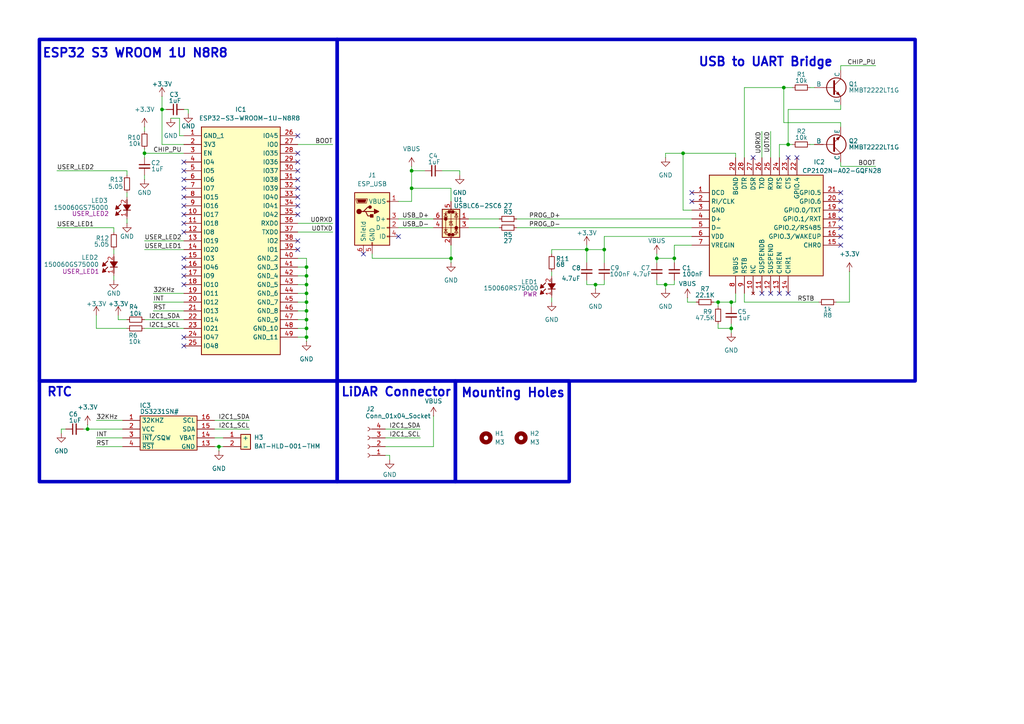
<source format=kicad_sch>
(kicad_sch (version 20250114) (generator "eeschema") (generator_version "9.0")
  (paper "A4")
  (title_block (title "SDM26 Timing Gate") (date "2025-07-16") (rev "V1.0") (company "Sun Devil Motorsports"))
  (lib_symbols
    (symbol "BAT-HLD-001-THM_1"
      (property "Reference" "H" (at 4.826 9.652 0))
      (property "Value" "BAT-HLD-001-THM" (at 4.826 7.112 0))
      (symbol "BAT-HLD-001-THM_1_1_1"
        (pin passive line (at 0 2.54 0) (length 5.08) (name "+") (number "1"))
        (pin passive line (at 0 0 0) (length 5.08) (name "-") (number "2"))
      )
    )
    (symbol "Connector:Conn_01x04_Socket" (pin_names (offset 1.016) (hide yes))
      (property "Reference" "J" (at 0 5.08 0))
      (property "Value" "Conn_01x04_Socket" (at 0 -7.62 0))
      (symbol "Conn_01x04_Socket_1_1"
        (pin passive line (at -5.08 2.54 0) (length 3.81) (name "Pin_1") (number "1"))
        (pin passive line (at -5.08 0 0) (length 3.81) (name "Pin_2") (number "2"))
        (pin passive line (at -5.08 -2.54 0) (length 3.81) (name "Pin_3") (number "3"))
        (pin passive line (at -5.08 -5.08 0) (length 3.81) (name "Pin_4") (number "4"))
      )
    )
    (symbol "Connector:USB_B_Micro" (pin_names (offset 1.016))
      (property "Reference" "J" (at -5.08 11.43 0))
      (property "Value" "USB_B_Micro" (at -5.08 8.89 0))
      (symbol "USB_B_Micro_1_1"
        (pin passive line (at -2.54 -10.16 90) (length 2.54) (name "Shield") (number "6"))
        (pin power_out line (at 0 -10.16 90) (length 2.54) (name "GND") (number "5"))
        (pin power_out line (at 7.62 5.08 180) (length 2.54) (name "VBUS") (number "1"))
        (pin bidirectional line (at 7.62 0 180) (length 2.54) (name "D+") (number "3"))
        (pin bidirectional line (at 7.62 -2.54 180) (length 2.54) (name "D-") (number "2"))
        (pin passive line (at 7.62 -5.08 180) (length 2.54) (name "ID") (number "4"))
      )
    )
    (symbol "Device:C_Small" (pin_numbers (hide yes)) (pin_names (offset 0.254) (hide yes))
      (property "Reference" "C" (at 0.254 1.778 0))
      (property "Value" "C_Small" (at 0.254 -2.032 0))
      (symbol "C_Small_1_1"
        (pin passive line (at 0 2.54 270) (length 2.032) (name "~") (number "1"))
        (pin passive line (at 0 -2.54 90) (length 2.032) (name "~") (number "2"))
      )
    )
    (symbol "Device:R_Small" (pin_numbers (hide yes)) (pin_names (offset 0.254) (hide yes))
      (property "Reference" "R" (at 0.762 0.508 0))
      (property "Value" "R_Small" (at 0.762 -1.016 0))
      (symbol "R_Small_1_1"
        (pin passive line (at 0 2.54 270) (length 0.762) (name "~") (number "1"))
        (pin passive line (at 0 -2.54 90) (length 0.762) (name "~") (number "2"))
      )
    )
    (symbol "Mechanical:MountingHole" (pin_names (offset 1.016))
      (property "Reference" "H" (at 0 5.08 0))
      (property "Value" "MountingHole" (at 0 3.175 0))
    )
    (symbol "Power_Protection:USBLC6-2SC6" (pin_names (hide yes))
      (property "Reference" "U5" (at 1.6511 7.62 0))
      (property "Value" "USBLC6-2SC6" (at 1.6511 5.08 0))
      (symbol "USBLC6-2SC6_1_1"
        (pin passive line (at -5.08 0 0) (length 2.54) (name "I/O1") (number "6"))
        (pin passive line (at -5.08 -2.54 0) (length 2.54) (name "I/O2") (number "4"))
        (pin passive line (at 0 5.08 270) (length 2.54) (name "VBUS") (number "5"))
        (pin passive line (at 0 -7.62 90) (length 2.54) (name "GND") (number "2"))
        (pin passive line (at 5.08 0 180) (length 2.54) (name "I/O1") (number "1"))
        (pin passive line (at 5.08 -2.54 180) (length 2.54) (name "I/O2") (number "3"))
      )
    )
    (symbol "SDM_LED:150060GS75000" (pin_names (hide yes))
      (property "Reference" "LED" (at -2.54 8.636 0))
      (property "Value" "150060GS75000" (at -2.54 6.35 0))
      (property "Measure" "Measure" (at 1.524 5.08 0))
      (symbol "150060GS75000_1_1"
        (pin passive line (at -2.54 0 0) (length 2.54) (name "K") (number "1"))
        (pin passive line (at 3.81 0 180) (length 2.54) (name "A") (number "2"))
      )
    )
    (symbol "SDM_LED:150060RS75000" (pin_names (hide yes))
      (property "Reference" "LED" (at 0 8.636 0))
      (property "Value" "150060RS75000" (at 0 6.604 0))
      (property "Measure" "Measure" (at 4.064 5.588 0))
      (symbol "150060RS75000_1_1"
        (pin passive line (at 0 0 0) (length 2.54) (name "K") (number "1"))
        (pin passive line (at 6.35 0 180) (length 2.54) (name "A") (number "2"))
      )
    )
    (symbol "SDM_MICRO_CONTROLLER:ESP32-S3-WROOM-1U-N8R8"
      (property "Reference" "IC" (at 29.21 7.62 0))
      (property "Value" "ESP32-S3-WROOM-1U-N8R8" (at 29.21 5.08 0))
      (symbol "ESP32-S3-WROOM-1U-N8R8_1_1"
        (pin passive line (at 0 0 0) (length 5.08) (name "GND_1") (number "1"))
        (pin passive line (at 0 -2.54 0) (length 5.08) (name "3V3") (number "2"))
        (pin passive line (at 0 -5.08 0) (length 5.08) (name "EN") (number "3"))
        (pin passive line (at 0 -7.62 0) (length 5.08) (name "IO4") (number "4"))
        (pin passive line (at 0 -10.16 0) (length 5.08) (name "IO5") (number "5"))
        (pin passive line (at 0 -12.7 0) (length 5.08) (name "IO6") (number "6"))
        (pin passive line (at 0 -15.24 0) (length 5.08) (name "IO7") (number "7"))
        (pin passive line (at 0 -17.78 0) (length 5.08) (name "IO15") (number "8"))
        (pin passive line (at 0 -20.32 0) (length 5.08) (name "IO16") (number "9"))
        (pin passive line (at 0 -22.86 0) (length 5.08) (name "IO17") (number "10"))
        (pin passive line (at 0 -25.4 0) (length 5.08) (name "IO18") (number "11"))
        (pin passive line (at 0 -27.94 0) (length 5.08) (name "IO8") (number "12"))
        (pin passive line (at 0 -30.48 0) (length 5.08) (name "IO19") (number "13"))
        (pin passive line (at 0 -33.02 0) (length 5.08) (name "IO20") (number "14"))
        (pin passive line (at 0 -35.56 0) (length 5.08) (name "IO3") (number "15"))
        (pin passive line (at 0 -38.1 0) (length 5.08) (name "IO46") (number "16"))
        (pin passive line (at 0 -40.64 0) (length 5.08) (name "IO9") (number "17"))
        (pin passive line (at 0 -43.18 0) (length 5.08) (name "IO10") (number "18"))
        (pin passive line (at 0 -45.72 0) (length 5.08) (name "IO11") (number "19"))
        (pin passive line (at 0 -48.26 0) (length 5.08) (name "IO12") (number "20"))
        (pin passive line (at 0 -50.8 0) (length 5.08) (name "IO13") (number "21"))
        (pin passive line (at 0 -53.34 0) (length 5.08) (name "IO14") (number "22"))
        (pin passive line (at 0 -55.88 0) (length 5.08) (name "IO21") (number "23"))
        (pin passive line (at 0 -58.42 0) (length 5.08) (name "IO47") (number "24"))
        (pin passive line (at 0 -60.96 0) (length 5.08) (name "IO48") (number "25"))
        (pin passive line (at 33.02 0 180) (length 5.08) (name "IO45") (number "26"))
        (pin passive line (at 33.02 -2.54 180) (length 5.08) (name "IO0") (number "27"))
        (pin passive line (at 33.02 -5.08 180) (length 5.08) (name "IO35") (number "28"))
        (pin passive line (at 33.02 -7.62 180) (length 5.08) (name "IO36") (number "29"))
        (pin passive line (at 33.02 -10.16 180) (length 5.08) (name "IO37") (number "30"))
        (pin passive line (at 33.02 -12.7 180) (length 5.08) (name "IO38") (number "31"))
        (pin passive line (at 33.02 -15.24 180) (length 5.08) (name "IO39") (number "32"))
        (pin passive line (at 33.02 -17.78 180) (length 5.08) (name "IO40") (number "33"))
        (pin passive line (at 33.02 -20.32 180) (length 5.08) (name "IO41") (number "34"))
        (pin passive line (at 33.02 -22.86 180) (length 5.08) (name "IO42") (number "35"))
        (pin passive line (at 33.02 -25.4 180) (length 5.08) (name "RXD0") (number "36"))
        (pin passive line (at 33.02 -27.94 180) (length 5.08) (name "TXD0") (number "37"))
        (pin passive line (at 33.02 -30.48 180) (length 5.08) (name "IO2") (number "38"))
        (pin passive line (at 33.02 -33.02 180) (length 5.08) (name "IO1") (number "39"))
        (pin passive line (at 33.02 -35.56 180) (length 5.08) (name "GND_2") (number "40"))
        (pin passive line (at 33.02 -38.1 180) (length 5.08) (name "GND_3") (number "41"))
        (pin passive line (at 33.02 -40.64 180) (length 5.08) (name "GND_4") (number "42"))
        (pin passive line (at 33.02 -43.18 180) (length 5.08) (name "GND_5") (number "43"))
        (pin passive line (at 33.02 -45.72 180) (length 5.08) (name "GND_6") (number "44"))
        (pin passive line (at 33.02 -48.26 180) (length 5.08) (name "GND_7") (number "45"))
        (pin passive line (at 33.02 -50.8 180) (length 5.08) (name "GND_8") (number "46"))
        (pin passive line (at 33.02 -53.34 180) (length 5.08) (name "GND_9") (number "47"))
        (pin passive line (at 33.02 -55.88 180) (length 5.08) (name "GND_10") (number "48"))
        (pin passive line (at 33.02 -58.42 180) (length 5.08) (name "GND_11") (number "49"))
      )
    )
    (symbol "SDM_RTC:DS3231SN#"
      (property "Reference" "IC" (at 31.75 7.62 0))
      (property "Value" "DS3231SN#" (at 31.75 5.08 0))
      (symbol "DS3231SN#_1_1"
        (pin passive line (at 0 0 0) (length 5.08) (name "32KHZ") (number "1"))
        (pin passive line (at 0 -2.54 0) (length 5.08) (name "VCC") (number "2"))
        (pin passive line (at 0 -5.08 0) (length 5.08) (name "~{INT}/SQW") (number "3"))
        (pin passive line (at 0 -7.62 0) (length 5.08) (name "~{RST}") (number "4"))
        (pin no_connect line (at 0 -10.16 0) (length 5.08) (hide yes) (name "N.C._1") (number "5"))
        (pin no_connect line (at 0 -12.7 0) (length 5.08) (hide yes) (name "N.C._2") (number "6"))
        (pin no_connect line (at 0 -15.24 0) (length 5.08) (hide yes) (name "N.C._3") (number "7"))
        (pin no_connect line (at 0 -17.78 0) (length 5.08) (hide yes) (name "N.C._4") (number "8"))
        (pin passive line (at 26.67 0 180) (length 5.08) (name "SCL") (number "16"))
        (pin passive line (at 26.67 -2.54 180) (length 5.08) (name "SDA") (number "15"))
        (pin passive line (at 26.67 -5.08 180) (length 5.08) (name "VBAT") (number "14"))
        (pin passive line (at 26.67 -7.62 180) (length 5.08) (name "GND") (number "13"))
        (pin no_connect line (at 35.56 -10.16 180) (length 5.08) (hide yes) (name "N.C._8") (number "12"))
        (pin no_connect line (at 35.56 -12.7 180) (length 5.08) (hide yes) (name "N.C._7") (number "11"))
        (pin no_connect line (at 35.56 -15.24 180) (length 5.08) (hide yes) (name "N.C._6") (number "10"))
        (pin no_connect line (at 35.56 -17.78 180) (length 5.08) (hide yes) (name "N.C._5") (number "9"))
      )
    )
    (symbol "SDM_TRANSISTOR:MMBT2222LT1G" (pin_numbers (hide yes)) (pin_names (offset 0))
      (property "Reference" "Q" (at -2.54 7.62 0))
      (property "Value" "MMBT2222LT1G" (at -2.54 5.08 0))
      (symbol "MMBT2222LT1G_1_1"
        (pin input line (at -5.08 0 0) (length 2.54) (name "B") (number "1"))
        (pin open_collector line (at 2.54 5.08 270) (length 2.54) (name "C") (number "3"))
        (pin open_emitter line (at 2.54 -5.08 90) (length 2.54) (name "E") (number "2"))
      )
    )
    (symbol "SDM_USBUART:CP2102N-A02-GQFN28"
      (property "Reference" "IC" (at 39.37 17.78 0))
      (property "Value" "CP2102N-A02-GQFN28" (at 39.37 15.24 0))
      (symbol "CP2102N-A02-GQFN28_1_1"
        (pin input line (at 0 0 0) (length 5.08) (name "DCD") (number "1"))
        (pin bidirectional line (at 0 -2.54 0) (length 5.08) (name "RI/CLK") (number "2"))
        (pin power_in line (at 0 -5.08 0) (length 5.08) (name "GND") (number "3"))
        (pin bidirectional line (at 0 -7.62 0) (length 5.08) (name "D+") (number "4"))
        (pin bidirectional line (at 0 -10.16 0) (length 5.08) (name "D-") (number "5"))
        (pin power_in line (at 0 -12.7 0) (length 5.08) (name "VDD") (number "6"))
        (pin power_in line (at 0 -15.24 0) (length 5.08) (name "VREGIN") (number "7"))
        (pin power_in line (at 12.7 10.16 270) (length 5.08) (name "BGND") (number "29"))
        (pin input line (at 12.7 -29.21 90) (length 5.08) (name "VBUS") (number "8"))
        (pin output line (at 15.24 10.16 270) (length 5.08) (name "DTR") (number "28"))
        (pin input line (at 15.24 -29.21 90) (length 5.08) (name "RSTB") (number "9"))
        (pin input line (at 17.78 10.16 270) (length 5.08) (name "DSR") (number "27"))
        (pin no_connect line (at 17.78 -29.21 90) (length 5.08) (name "NC") (number "10"))
        (pin output line (at 20.32 10.16 270) (length 5.08) (name "TXD") (number "26"))
        (pin output line (at 20.32 -29.21 90) (length 5.08) (name "SUSPENDB") (number "11"))
        (pin input line (at 22.86 10.16 270) (length 5.08) (name "RXD") (number "25"))
        (pin output line (at 22.86 -29.21 90) (length 5.08) (name "SUSPEND") (number "12"))
        (pin output line (at 25.4 10.16 270) (length 5.08) (name "RTS") (number "24"))
        (pin output line (at 25.4 -29.21 90) (length 5.08) (name "CHREN") (number "13"))
        (pin input line (at 27.94 10.16 270) (length 5.08) (name "CTS") (number "23"))
        (pin output line (at 27.94 -29.21 90) (length 5.08) (name "CHR1") (number "14"))
        (pin bidirectional line (at 30.48 10.16 270) (length 5.08) (name "GPIO.4") (number "22"))
        (pin bidirectional line (at 43.18 0 180) (length 5.08) (name "GPIO.5") (number "21"))
        (pin bidirectional line (at 43.18 -2.54 180) (length 5.08) (name "GPIO.6") (number "20"))
        (pin bidirectional line (at 43.18 -5.08 180) (length 5.08) (name "GPIO.0/TXT") (number "19"))
        (pin bidirectional line (at 43.18 -7.62 180) (length 5.08) (name "GPIO.1/RXT") (number "18"))
        (pin bidirectional line (at 43.18 -10.16 180) (length 5.08) (name "GPIO.2/RS485") (number "17"))
        (pin bidirectional line (at 43.18 -12.7 180) (length 5.08) (name "GPIO.3/WAKEUP") (number "16"))
        (pin output line (at 43.18 -15.24 180) (length 5.08) (name "CHR0") (number "15"))
      )
    )
    (symbol "power:+3.3V" (power) (pin_numbers (hide yes)) (pin_names (offset 0) (hide yes))
      (property "Value" "+3.3V" (at 0 3.556 0))
      (symbol "+3.3V_1_1"
        (pin power_in line (at 0 0 90) (length 0) (name "~") (number "1"))
      )
    )
    (symbol "power:GND" (power) (pin_numbers (hide yes)) (pin_names (offset 0) (hide yes))
      (property "Value" "GND" (at 0 -3.81 0))
      (symbol "GND_1_1"
        (pin power_in line (at 0 0 270) (length 0) (name "~") (number "1"))
      )
    )
    (symbol "power:VBUS" (power) (pin_numbers (hide yes)) (pin_names (offset 0) (hide yes))
      (property "Value" "VBUS" (at 0 3.556 0))
      (symbol "VBUS_1_1"
        (pin power_in line (at 0 0 90) (length 0) (name "~") (number "1"))
      )
    )
  )
  (rectangle (start 11.43 11.43) (end 97.79 110.49) (stroke (width 1.016)))
  (rectangle (start 97.79 110.49) (end 132.08 139.7) (stroke (width 1.016)))
  (rectangle (start 11.43 110.49) (end 97.79 139.7) (stroke (width 1.016)))
  (rectangle (start 97.79 11.43) (end 265.43 110.49) (stroke (width 1.016)))
  (rectangle (start 132.08 110.49) (end 165.1 139.7) (stroke (width 1.016)))
  (text "ESP32 S3 WROOM 1U N8R8" (at 66.294 17.018 0) (effects (font (size 2.54 2.54) (thickness 0.512) (bold yes)) (justify right bottom)))
  (text "RTC" (at 13.462 115.316 0) (effects (font (size 2.54 2.54) (thickness 0.512) (bold yes)) (justify left bottom)))
  (text "USB to UART Bridge" (at 202.438 19.558 0) (effects (font (size 2.54 2.54) (thickness 0.512) (bold yes)) (justify left bottom)))
  (text "Mounting Holes" (at 133.604 115.57 0) (effects (font (size 2.56 2.56) (thickness 0.512) (bold yes)) (justify left bottom)))
  (text "LiDAR Connector" (at 98.806 115.316 0) (effects (font (size 2.54 2.54) (thickness 0.512) (bold yes)) (justify left bottom)))
  (junction (at 88.9 82.55))
  (junction (at 212.09 95.25))
  (junction (at 88.9 97.79))
  (junction (at 227.33 25.4))
  (junction (at 190.5 74.93))
  (junction (at 41.91 44.45))
  (junction (at 130.81 74.93))
  (junction (at 88.9 85.09))
  (junction (at 198.12 44.45))
  (junction (at 88.9 95.25))
  (junction (at 46.99 31.75))
  (junction (at 88.9 92.71))
  (junction (at 88.9 90.17))
  (junction (at 195.58 74.93))
  (junction (at 119.38 49.53))
  (junction (at 88.9 87.63))
  (junction (at 208.28 87.63))
  (junction (at 193.04 82.55))
  (junction (at 25.4 124.46))
  (junction (at 175.26 72.39))
  (junction (at 228.6 41.91))
  (junction (at 63.5 129.54))
  (junction (at 170.18 72.39))
  (junction (at 172.72 82.55))
  (junction (at 119.38 54.61))
  (junction (at 88.9 80.01))
  (junction (at 88.9 77.47))
  (junction (at 212.09 87.63))
  (no_connect (at 53.34 46.99))
  (no_connect (at 86.36 44.45))
  (no_connect (at 86.36 39.37))
  (no_connect (at 226.06 85.09))
  (no_connect (at 231.14 45.72))
  (no_connect (at 86.36 52.07))
  (no_connect (at 53.34 100.33))
  (no_connect (at 243.84 60.96))
  (no_connect (at 243.84 63.5))
  (no_connect (at 53.34 52.07))
  (no_connect (at 86.36 57.15))
  (no_connect (at 115.57 68.58))
  (no_connect (at 243.84 71.12))
  (no_connect (at 220.98 85.09))
  (no_connect (at 53.34 77.47))
  (no_connect (at 243.84 55.88))
  (no_connect (at 86.36 62.23))
  (no_connect (at 218.44 45.72))
  (no_connect (at 53.34 49.53))
  (no_connect (at 53.34 64.77))
  (no_connect (at 243.84 66.04))
  (no_connect (at 228.6 85.09))
  (no_connect (at 228.6 45.72))
  (no_connect (at 53.34 67.31))
  (no_connect (at 86.36 54.61))
  (no_connect (at 53.34 54.61))
  (no_connect (at 86.36 46.99))
  (no_connect (at 105.41 73.66))
  (no_connect (at 53.34 97.79))
  (no_connect (at 53.34 62.23))
  (no_connect (at 53.34 57.15))
  (no_connect (at 86.36 72.39))
  (no_connect (at 53.34 80.01))
  (no_connect (at 53.34 59.69))
  (no_connect (at 86.36 49.53))
  (no_connect (at 243.84 68.58))
  (no_connect (at 223.52 85.09))
  (no_connect (at 86.36 69.85))
  (no_connect (at 200.66 58.42))
  (no_connect (at 86.36 59.69))
  (no_connect (at 53.34 74.93))
  (no_connect (at 200.66 55.88))
  (no_connect (at 243.84 58.42))
  (no_connect (at 53.34 82.55))
  (wire (pts (xy 111.76 124.46) (xy 121.92 124.46)))
  (wire (pts (xy 243.84 31.75) (xy 228.6 31.75)))
  (wire (pts (xy 170.18 72.39) (xy 170.18 71.12)))
  (wire (pts (xy 41.91 44.45) (xy 53.34 44.45)))
  (wire (pts (xy 25.4 123.19) (xy 25.4 124.46)))
  (wire (pts (xy 33.02 67.31) (xy 33.02 66.04)))
  (wire (pts (xy 160.02 72.39) (xy 160.02 73.66)))
  (wire (pts (xy 175.26 68.58) (xy 200.66 68.58)))
  (wire (pts (xy 41.91 44.45) (xy 41.91 43.18)))
  (wire (pts (xy 215.9 87.63) (xy 237.49 87.63)))
  (wire (pts (xy 119.38 48.26) (xy 119.38 49.53)))
  (wire (pts (xy 212.09 95.25) (xy 212.09 96.52)))
  (wire (pts (xy 16.51 49.53) (xy 36.83 49.53)))
  (wire (pts (xy 107.95 73.66) (xy 107.95 74.93)))
  (wire (pts (xy 243.84 48.26) (xy 254 48.26)))
  (wire (pts (xy 52.07 39.37) (xy 52.07 34.29)))
  (wire (pts (xy 220.98 45.72) (xy 220.98 38.1)))
  (wire (pts (xy 149.86 63.5) (xy 200.66 63.5)))
  (wire (pts (xy 193.04 82.55) (xy 193.04 83.82)))
  (wire (pts (xy 27.94 95.25) (xy 36.83 95.25)))
  (wire (pts (xy 213.36 87.63) (xy 213.36 85.09)))
  (wire (pts (xy 88.9 85.09) (xy 88.9 87.63)))
  (wire (pts (xy 130.81 71.12) (xy 130.81 74.93)))
  (wire (pts (xy 41.91 50.8) (xy 41.91 52.07)))
  (wire (pts (xy 41.91 69.85) (xy 53.34 69.85)))
  (wire (pts (xy 53.34 41.91) (xy 46.99 41.91)))
  (wire (pts (xy 243.84 31.75) (xy 243.84 30.48)))
  (wire (pts (xy 36.83 50.8) (xy 36.83 49.53)))
  (wire (pts (xy 226.06 41.91) (xy 228.6 41.91)))
  (wire (pts (xy 200.66 60.96) (xy 198.12 60.96)))
  (wire (pts (xy 190.5 73.66) (xy 190.5 74.93)))
  (wire (pts (xy 199.39 86.36) (xy 199.39 87.63)))
  (wire (pts (xy 190.5 82.55) (xy 190.5 81.28)))
  (wire (pts (xy 86.36 92.71) (xy 88.9 92.71)))
  (wire (pts (xy 227.33 25.4) (xy 229.87 25.4)))
  (wire (pts (xy 175.26 72.39) (xy 175.26 76.2)))
  (wire (pts (xy 170.18 72.39) (xy 175.26 72.39)))
  (wire (pts (xy 17.78 125.73) (xy 17.78 124.46)))
  (wire (pts (xy 52.07 34.29) (xy 49.53 34.29)))
  (wire (pts (xy 172.72 82.55) (xy 175.26 82.55)))
  (wire (pts (xy 88.9 87.63) (xy 88.9 90.17)))
  (wire (pts (xy 86.36 97.79) (xy 88.9 97.79)))
  (wire (pts (xy 195.58 74.93) (xy 195.58 71.12)))
  (wire (pts (xy 63.5 129.54) (xy 64.77 129.54)))
  (wire (pts (xy 170.18 82.55) (xy 172.72 82.55)))
  (wire (pts (xy 213.36 44.45) (xy 198.12 44.45)))
  (wire (pts (xy 86.36 90.17) (xy 88.9 90.17)))
  (wire (pts (xy 243.84 48.26) (xy 243.84 46.99)))
  (wire (pts (xy 198.12 44.45) (xy 198.12 60.96)))
  (wire (pts (xy 190.5 74.93) (xy 195.58 74.93)))
  (wire (pts (xy 234.95 41.91) (xy 236.22 41.91)))
  (wire (pts (xy 170.18 72.39) (xy 170.18 76.2)))
  (wire (pts (xy 113.03 132.08) (xy 113.03 133.35)))
  (wire (pts (xy 212.09 87.63) (xy 212.09 88.9)))
  (wire (pts (xy 119.38 54.61) (xy 119.38 58.42)))
  (wire (pts (xy 246.38 87.63) (xy 246.38 78.74)))
  (wire (pts (xy 208.28 88.9) (xy 208.28 87.63)))
  (wire (pts (xy 212.09 93.98) (xy 212.09 95.25)))
  (wire (pts (xy 88.9 74.93) (xy 88.9 77.47)))
  (wire (pts (xy 86.36 87.63) (xy 88.9 87.63)))
  (wire (pts (xy 25.4 124.46) (xy 35.56 124.46)))
  (wire (pts (xy 27.94 91.44) (xy 27.94 95.25)))
  (wire (pts (xy 27.94 129.54) (xy 35.56 129.54)))
  (wire (pts (xy 41.91 36.83) (xy 41.91 38.1)))
  (wire (pts (xy 207.01 87.63) (xy 208.28 87.63)))
  (wire (pts (xy 46.99 31.75) (xy 48.26 31.75)))
  (wire (pts (xy 41.91 72.39) (xy 53.34 72.39)))
  (wire (pts (xy 111.76 127) (xy 121.92 127)))
  (wire (pts (xy 111.76 132.08) (xy 113.03 132.08)))
  (wire (pts (xy 195.58 74.93) (xy 195.58 76.2)))
  (wire (pts (xy 125.73 129.54) (xy 111.76 129.54)))
  (wire (pts (xy 243.84 19.05) (xy 243.84 20.32)))
  (wire (pts (xy 88.9 77.47) (xy 88.9 80.01)))
  (wire (pts (xy 215.9 25.4) (xy 215.9 45.72)))
  (wire (pts (xy 213.36 44.45) (xy 213.36 45.72)))
  (wire (pts (xy 63.5 129.54) (xy 63.5 130.81)))
  (wire (pts (xy 86.36 74.93) (xy 88.9 74.93)))
  (wire (pts (xy 208.28 93.98) (xy 208.28 95.25)))
  (wire (pts (xy 226.06 45.72) (xy 226.06 41.91)))
  (wire (pts (xy 125.73 120.65) (xy 125.73 129.54)))
  (wire (pts (xy 208.28 87.63) (xy 212.09 87.63)))
  (wire (pts (xy 86.36 82.55) (xy 88.9 82.55)))
  (wire (pts (xy 193.04 44.45) (xy 198.12 44.45)))
  (wire (pts (xy 228.6 41.91) (xy 229.87 41.91)))
  (wire (pts (xy 88.9 95.25) (xy 88.9 97.79)))
  (wire (pts (xy 16.51 66.04) (xy 33.02 66.04)))
  (wire (pts (xy 34.29 92.71) (xy 34.29 91.44)))
  (wire (pts (xy 130.81 54.61) (xy 130.81 58.42)))
  (wire (pts (xy 170.18 72.39) (xy 160.02 72.39)))
  (wire (pts (xy 160.02 80.01) (xy 160.02 78.74)))
  (wire (pts (xy 62.23 121.92) (xy 72.39 121.92)))
  (wire (pts (xy 44.45 85.09) (xy 53.34 85.09)))
  (wire (pts (xy 228.6 31.75) (xy 228.6 41.91)))
  (wire (pts (xy 227.33 35.56) (xy 227.33 25.4)))
  (wire (pts (xy 33.02 80.01) (xy 33.02 81.28)))
  (wire (pts (xy 119.38 54.61) (xy 130.81 54.61)))
  (wire (pts (xy 242.57 87.63) (xy 246.38 87.63)))
  (wire (pts (xy 27.94 121.92) (xy 35.56 121.92)))
  (wire (pts (xy 128.27 49.53) (xy 133.35 49.53)))
  (wire (pts (xy 41.91 44.45) (xy 41.91 45.72)))
  (wire (pts (xy 170.18 81.28) (xy 170.18 82.55)))
  (wire (pts (xy 86.36 95.25) (xy 88.9 95.25)))
  (wire (pts (xy 208.28 95.25) (xy 212.09 95.25)))
  (wire (pts (xy 135.89 66.04) (xy 144.78 66.04)))
  (wire (pts (xy 27.94 127) (xy 35.56 127)))
  (wire (pts (xy 46.99 41.91) (xy 46.99 31.75)))
  (wire (pts (xy 215.9 87.63) (xy 215.9 85.09)))
  (wire (pts (xy 149.86 66.04) (xy 200.66 66.04)))
  (wire (pts (xy 243.84 35.56) (xy 227.33 35.56)))
  (wire (pts (xy 172.72 82.55) (xy 172.72 83.82)))
  (wire (pts (xy 115.57 58.42) (xy 119.38 58.42)))
  (wire (pts (xy 36.83 92.71) (xy 34.29 92.71)))
  (wire (pts (xy 36.83 63.5) (xy 36.83 64.77)))
  (wire (pts (xy 64.77 127) (xy 62.23 127)))
  (wire (pts (xy 88.9 97.79) (xy 88.9 99.06)))
  (wire (pts (xy 175.26 82.55) (xy 175.26 81.28)))
  (wire (pts (xy 86.36 80.01) (xy 88.9 80.01)))
  (wire (pts (xy 88.9 92.71) (xy 88.9 95.25)))
  (wire (pts (xy 88.9 80.01) (xy 88.9 82.55)))
  (wire (pts (xy 53.34 39.37) (xy 52.07 39.37)))
  (wire (pts (xy 86.36 77.47) (xy 88.9 77.47)))
  (wire (pts (xy 199.39 87.63) (xy 201.93 87.63)))
  (wire (pts (xy 119.38 49.53) (xy 119.38 54.61)))
  (wire (pts (xy 86.36 41.91) (xy 96.52 41.91)))
  (wire (pts (xy 190.5 74.93) (xy 190.5 76.2)))
  (wire (pts (xy 36.83 55.88) (xy 36.83 57.15)))
  (wire (pts (xy 212.09 87.63) (xy 213.36 87.63)))
  (wire (pts (xy 41.91 92.71) (xy 53.34 92.71)))
  (wire (pts (xy 223.52 45.72) (xy 223.52 38.1)))
  (wire (pts (xy 88.9 82.55) (xy 88.9 85.09)))
  (wire (pts (xy 115.57 63.5) (xy 125.73 63.5)))
  (wire (pts (xy 107.95 74.93) (xy 130.81 74.93)))
  (wire (pts (xy 234.95 25.4) (xy 236.22 25.4)))
  (wire (pts (xy 54.61 31.75) (xy 54.61 33.02)))
  (wire (pts (xy 195.58 71.12) (xy 200.66 71.12)))
  (wire (pts (xy 63.5 129.54) (xy 62.23 129.54)))
  (wire (pts (xy 46.99 31.75) (xy 46.99 27.94)))
  (wire (pts (xy 243.84 35.56) (xy 243.84 36.83)))
  (wire (pts (xy 86.36 67.31) (xy 96.52 67.31)))
  (wire (pts (xy 215.9 25.4) (xy 227.33 25.4)))
  (wire (pts (xy 33.02 72.39) (xy 33.02 73.66)))
  (wire (pts (xy 115.57 66.04) (xy 125.73 66.04)))
  (wire (pts (xy 193.04 44.45) (xy 193.04 45.72)))
  (wire (pts (xy 243.84 19.05) (xy 254 19.05)))
  (wire (pts (xy 190.5 82.55) (xy 193.04 82.55)))
  (wire (pts (xy 133.35 49.53) (xy 133.35 50.8)))
  (wire (pts (xy 53.34 31.75) (xy 54.61 31.75)))
  (wire (pts (xy 41.91 95.25) (xy 53.34 95.25)))
  (wire (pts (xy 44.45 87.63) (xy 53.34 87.63)))
  (wire (pts (xy 88.9 90.17) (xy 88.9 92.71)))
  (wire (pts (xy 62.23 124.46) (xy 72.39 124.46)))
  (wire (pts (xy 175.26 72.39) (xy 175.26 68.58)))
  (wire (pts (xy 193.04 82.55) (xy 195.58 82.55)))
  (wire (pts (xy 24.13 124.46) (xy 25.4 124.46)))
  (wire (pts (xy 44.45 90.17) (xy 53.34 90.17)))
  (wire (pts (xy 160.02 87.63) (xy 160.02 86.36)))
  (wire (pts (xy 135.89 63.5) (xy 144.78 63.5)))
  (wire (pts (xy 119.38 49.53) (xy 123.19 49.53)))
  (wire (pts (xy 17.78 124.46) (xy 19.05 124.46)))
  (wire (pts (xy 86.36 85.09) (xy 88.9 85.09)))
  (wire (pts (xy 86.36 64.77) (xy 96.52 64.77)))
  (wire (pts (xy 130.81 74.93) (xy 130.81 76.2)))
  (wire (pts (xy 195.58 82.55) (xy 195.58 81.28)))
  (label "USER_LED2" (at 41.91 69.85 0))
  (label "PROG_D+" (at 162.56 63.5 180))
  (label "CHIP_PU" (at 254 19.05 180))
  (label "CHIP_PU" (at 44.45 44.45 0))
  (label "RST" (at 44.45 90.17 0))
  (label "INT" (at 27.94 127 0))
  (label "I2C1_SCL" (at 121.92 127 180))
  (label "RSTB" (at 236.22 87.63 180))
  (label "32KHz" (at 44.45 85.09 0))
  (label "I2C1_SCL" (at 72.39 124.46 180))
  (label "BOOT" (at 96.52 41.91 180))
  (label "I2C1_SCL" (at 43.18 95.25 0))
  (label "U0RXD" (at 96.52 64.77 180))
  (label "I2C1_SDA" (at 43.18 92.71 0))
  (label "U0TXD" (at 96.52 67.31 180))
  (label "U0RXD" (at 220.98 38.1 270))
  (label "USER_LED1" (at 41.91 72.39 0))
  (label "RST" (at 27.94 129.54 0))
  (label "I2C1_SDA" (at 121.92 124.46 180))
  (label "INT" (at 44.45 87.63 0))
  (label "U0TXD" (at 223.52 38.1 270))
  (label "USB_D+" (at 124.46 63.5 180))
  (label "USER_LED1" (at 16.51 66.04 0))
  (label "I2C1_SDA" (at 72.39 121.92 180))
  (label "USER_LED2" (at 16.51 49.53 0))
  (label "32KHz" (at 27.94 121.92 0))
  (label "USB_D-" (at 124.46 66.04 180))
  (label "PROG_D-" (at 162.56 66.04 180))
  (label "BOOT" (at 254 48.26 180))
  (symbol (lib_id "power:VBUS") (at 190.5 73.66 0) (unit 1)
    (property "Reference" "#PWR05" (effects (hide yes)))
    (property "Value" "VBUS" (at 190.5 69.85 0))
    (property "Description" "Power symbol creates a global label with name \"VBUS\"" (effects (hide yes)))
  )
  (symbol (lib_id "power:+3.3V") (at 170.18 71.12 0) (unit 1)
    (property "Reference" "#PWR011" (effects (hide yes)))
    (property "Value" "+3.3V" (at 170.18 67.564 0))
    (property "Description" "Power symbol creates a global label with name \"+3.3V\"" (effects (hide yes)))
  )
  (symbol (lib_id "SDM_RTC:DS3231SN#") (at 35.56 121.92 0) (unit 1)
    (property "Reference" "IC3" (at 42.164 117.602 0))
    (property "Value" "DS3231SN#" (at 46.228 119.38 0))
    (property "Footprint" "SDM_MiscFootprint:SOIC127P1032X265-16L" (effects (hide yes)))
    (property "Datasheet" "https://datasheets.maximintegrated.com/en/ds/DS3231.pdf" (effects (hide yes)))
    (property "Description" "Real Time Clock Serial Maxim DS3231SN# Real Time Clock, Battery Backup, Calendar, Clock, I2C, 5.5 V, 16-Pin SOIC" (effects (hide yes)))
    (property "Height" "2.65" (effects (hide yes)))
    (property "Mouser Part Number" "700-DS3231SN#" (effects (hide yes)))
    (property "Mouser Price/Stock" "https://www.mouser.co.uk/ProductDetail/Analog-Devices-Maxim-Integrated/DS3231SN?qs=1eQvB6Dk1vhUlr8%2FOrV0Fw%3D%3D" (effects (hide yes)))
    (property "Manufacturer_Name" "Analog Devices" (effects (hide yes)))
    (property "Manufacturer_Part_Number" "DS3231SN#" (effects (hide yes)))
  )
  (symbol (lib_id "Device:R_Small") (at 39.37 92.71 270) (unit 1)
    (property "Reference" "R4" (at 38.735 89.027 90))
    (property "Value" "10k" (at 39.37 90.932 90))
    (property "Footprint" "Resistor_SMD:R_0603_1608Metric" (effects (hide yes)))
  )
  (symbol (lib_id "power:GND") (at 63.5 130.81 0) (unit 1)
    (property "Reference" "#PWR020" (effects (hide yes)))
    (property "Value" "GND" (at 63.5 135.89 0))
    (property "Description" "Power symbol creates a global label with name \"GND\" , ground" (effects (hide yes)))
  )
  (symbol (lib_id "SDM_LED:150060RS75000") (at 160.02 86.36 90) (unit 1)
    (property "Reference" "LED1" (at 151.13 81.788 90) (effects (justify right)))
    (property "Value" "150060RS75000" (at 140.208 83.566 90) (effects (justify right)))
    (property "Footprint" "SDM_MiscFootprint:LEDC1608X80N" (effects (hide yes)))
    (property "Datasheet" "https://www.we-online.com/components/products/datasheet/150060RS75000.pdf" (effects (hide yes)))
    (property "Description" "WURTH ELEKTRONIK - 150060RS75000 - LED, 0603, RED, 250MCD, 625NM" (effects (hide yes)))
    (property "Measure" "PWR" (at 151.638 85.344 90) (effects (justify right)))
    (property "Height" "0.8" (effects (hide yes)))
    (property "Mouser Part Number" "710-150060RS75000" (effects (hide yes)))
    (property "Mouser Price/Stock" "https://www.mouser.co.uk/ProductDetail/Wurth-Elektronik/150060RS75000?qs=LlUlMxKIyB3QnmZ3fw%2FVCA%3D%3D" (effects (hide yes)))
    (property "Manufacturer_Name" "Wurth Elektronik" (effects (hide yes)))
    (property "Manufacturer_Part_Number" "150060RS75000" (effects (hide yes)))
  )
  (symbol (lib_id "Device:C_Small") (at 41.91 48.26 0) (unit 1)
    (property "Reference" "C2" (at 46.482 47.244 0) (effects (justify right)))
    (property "Value" "1uF" (at 47.498 49.022 0) (effects (justify right)))
    (property "Footprint" "Capacitor_SMD:C_0603_1608Metric" (effects (hide yes)))
  )
  (symbol (lib_id "power:GND") (at 160.02 87.63 0) (unit 1)
    (property "Reference" "#PWR025" (effects (hide yes)))
    (property "Value" "GND" (at 160.02 92.71 0))
    (property "Description" "Power symbol creates a global label with name \"GND\" , ground" (effects (hide yes)))
  )
  (symbol (lib_id "Device:C_Small") (at 190.5 78.74 0) (unit 1)
    (property "Reference" "C7" (at 187.198 77.724 0))
    (property "Value" "4.7uF" (at 186.182 79.502 0))
    (property "Footprint" "Capacitor_SMD:C_0603_1608Metric" (effects (hide yes)))
  )
  (symbol (lib_id "power:GND") (at 17.78 125.73 0) (unit 1)
    (property "Reference" "#PWR019" (effects (hide yes)))
    (property "Value" "GND" (at 17.78 130.81 0))
    (property "Description" "Power symbol creates a global label with name \"GND\" , ground" (effects (hide yes)))
  )
  (symbol (lib_id "power:GND") (at 133.35 50.8 0) (unit 1)
    (property "Reference" "#PWR08" (effects (hide yes)))
    (property "Value" "GND" (at 133.35 55.88 0))
    (property "Description" "Power symbol creates a global label with name \"GND\" , ground" (effects (hide yes)))
  )
  (symbol (lib_id "power:+3.3V") (at 46.99 27.94 0) (unit 1)
    (property "Reference" "#PWR04" (effects (hide yes)))
    (property "Value" "+3.3V" (at 46.99 24.384 0))
    (property "Description" "Power symbol creates a global label with name \"+3.3V\"" (effects (hide yes)))
  )
  (symbol (lib_id "Mechanical:MountingHole") (at 151.13 127 0) (unit 1)
    (property "Reference" "H2" (at 153.67 125.73 0) (effects (justify left)))
    (property "Value" "M3" (at 153.67 128.27 0) (effects (justify left)))
    (property "Footprint" "MountingHole:MountingHole_3.2mm_M3" (effects (hide yes)))
  )
  (symbol (lib_id "power:GND") (at 172.72 83.82 0) (unit 1)
    (property "Reference" "#PWR022" (effects (hide yes)))
    (property "Value" "GND" (at 172.72 88.9 0))
    (property "Description" "Power symbol creates a global label with name \"GND\" , ground" (effects (hide yes)))
  )
  (symbol (lib_id "power:GND") (at 212.09 96.52 0) (unit 1)
    (property "Reference" "#PWR016" (effects (hide yes)))
    (property "Value" "GND" (at 212.09 101.6 0))
    (property "Description" "Power symbol creates a global label with name \"GND\" , ground" (effects (hide yes)))
  )
  (symbol (lib_id "power:GND") (at 33.02 81.28 0) (unit 1)
    (property "Reference" "#PWR026" (effects (hide yes)))
    (property "Value" "GND" (at 33.02 85.09 0))
    (property "Description" "Power symbol creates a global label with name \"GND\" , ground" (effects (hide yes)))
  )
  (symbol (lib_id "power:GND") (at 193.04 45.72 0) (unit 1)
    (property "Reference" "#PWR07" (effects (hide yes)))
    (property "Value" "GND" (at 193.04 50.8 0))
    (property "Description" "Power symbol creates a global label with name \"GND\" , ground" (effects (hide yes)))
  )
  (symbol (lib_id "Mechanical:MountingHole") (at 140.97 127 0) (unit 1)
    (property "Reference" "H1" (at 143.51 125.73 0) (effects (justify left)))
    (property "Value" "M3" (at 143.51 128.27 0) (effects (justify left)))
    (property "Footprint" "MountingHole:MountingHole_3.2mm_M3" (effects (hide yes)))
  )
  (symbol (lib_id "Device:R_Small") (at 39.37 95.25 90) (unit 1)
    (property "Reference" "R6" (at 38.608 97.282 90))
    (property "Value" "10k" (at 39.116 99.06 90))
    (property "Footprint" "Resistor_SMD:R_0603_1608Metric" (effects (hide yes)))
  )
  (symbol (lib_id "Device:R_Small") (at 147.32 63.5 90) (unit 1)
    (property "Reference" "R3" (at 147.32 61.468 90))
    (property "Value" "27" (at 147.32 59.69 90))
    (property "Footprint" "Resistor_SMD:R_0603_1608Metric" (effects (hide yes)))
  )
  (symbol (lib_id "Device:R_Small") (at 33.02 69.85 0) (unit 1)
    (property "Reference" "R12" (at 29.718 69.088 0))
    (property "Value" "5.05" (at 29.464 70.866 0))
    (property "Footprint" "Resistor_SMD:R_0603_1608Metric" (effects (hide yes)))
  )
  (symbol (lib_id "power:+3.3V") (at 25.4 123.19 0) (unit 1)
    (property "Reference" "#PWR018" (effects (hide yes)))
    (property "Value" "+3.3V" (at 25.4 118.11 0))
    (property "Description" "Power symbol creates a global label with name \"+3.3V\"" (effects (hide yes)))
  )
  (symbol (lib_name "BAT-HLD-001-THM_1") (lib_id "SDM_BATTERY:BAT-HLD-001-THM") (at 64.77 129.54 0) (unit 1)
    (property "Reference" "H3" (at 73.66 126.8729 0) (effects (justify left)))
    (property "Value" "BAT-HLD-001-THM" (at 73.66 129.4129 0) (effects (justify left)))
    (property "Footprint" "SDM_MiscFootprint:BATHLD001THM" (effects (hide yes)))
    (property "Datasheet" "https://www.te.com/commerce/DocumentDelivery/DDEController?Action=showdoc&DocId=Data+Sheet%7FBAT-HLD-001-THM%7FB%7Fpdf%7FEnglish%7FENG_DS_BAT-HLD-001-THM_B.pdf%7FBAT-HLD-001-THM" (effects (hide yes)))
    (property "Description" "Battery Holders, CR2032, 1 Position, Horizontal, Nickel, PCB Mount Alignment, Power, -40  257 F [-40  125 C]" (effects (hide yes)))
    (property "Height" "4.3" (effects (hide yes)))
    (property "Mouser Part Number" "N/A" (effects (hide yes)))
    (property "Mouser Price/Stock" "https://www.mouser.co.uk/ProductDetail/TE-Connectivity/BAT-HLD-001-THM?qs=ulEaXIWI0c%2Fo%2FE735Joafg%3D%3D" (effects (hide yes)))
    (property "Manufacturer_Name" "TE Connectivity" (effects (hide yes)))
    (property "Manufacturer_Part_Number" "BAT-HLD-001-THM" (effects (hide yes)))
  )
  (symbol (lib_id "power:VBUS") (at 119.38 48.26 0) (unit 1)
    (property "Reference" "#PWR01" (effects (hide yes)))
    (property "Value" "VBUS" (at 119.38 43.18 0))
    (property "Description" "Power symbol creates a global label with name \"VBUS\"" (effects (hide yes)))
  )
  (symbol (lib_id "power:GND") (at 54.61 33.02 0) (unit 1)
    (property "Reference" "#PWR06" (effects (hide yes)))
    (property "Value" "GND" (at 54.61 36.576 0))
    (property "Description" "Power symbol creates a global label with name \"GND\" , ground" (effects (hide yes)))
  )
  (symbol (lib_id "SDM_LED:150060GS75000") (at 36.83 60.96 90) (unit 1)
    (property "Reference" "LED3" (at 26.416 58.166 90) (effects (justify right)))
    (property "Value" "150060GS75000" (at 15.494 60.198 90) (effects (justify right)))
    (property "Footprint" "SDM_MiscFootprint:LEDC1608X80N" (effects (hide yes)))
    (property "Datasheet" "https://componentsearchengine.com/Datasheets/2/150060GS75000.pdf" (effects (hide yes)))
    (property "Description" "Wurth Elektronik WL-SMCW 520 nm Green LED, 1608 (0603) Clear SMD package" (effects (hide yes)))
    (property "Measure" "USER_LED2" (at 20.828 61.976 90) (effects (justify right)))
    (property "Height" "0.8" (effects (hide yes)))
    (property "Mouser Part Number" "710-150060GS75000" (effects (hide yes)))
    (property "Mouser Price/Stock" "https://www.mouser.co.uk/ProductDetail/Wurth-Elektronik/150060GS75000?qs=LlUlMxKIyB0UYkq5lDO8nA%3D%3D" (effects (hide yes)))
    (property "Manufacturer_Name" "Wurth Elektronik" (effects (hide yes)))
    (property "Manufacturer_Part_Number" "150060GS75000" (effects (hide yes)))
  )
  (symbol (lib_id "power:GND") (at 41.91 52.07 0) (unit 1)
    (property "Reference" "#PWR023" (effects (hide yes)))
    (property "Value" "GND" (at 41.91 55.88 0))
    (property "Description" "Power symbol creates a global label with name \"GND\" , ground" (effects (hide yes)))
  )
  (symbol (lib_id "Power_Protection:USBLC6-2SC6") (at 130.81 63.5 0) (unit 1)
    (property "Reference" "U1" (at 131.572 57.912 0) (effects (justify left)))
    (property "Value" "USBLC6-2SC6" (at 131.572 59.69 0) (effects (justify left)))
    (property "Footprint" "Package_TO_SOT_SMD:SOT-23-6" (effects (hide yes)))
    (property "Datasheet" "https://www.st.com/resource/en/datasheet/usblc6-2.pdf" (effects (hide yes)))
    (property "Description" "Very low capacitance ESD protection diode, 2 data-line, SOT-23-6" (effects (hide yes)))
  )
  (symbol (lib_id "SDM_TRANSISTOR:MMBT2222LT1G") (at 241.3 41.91 0) (mirror x) (unit 1)
    (property "Reference" "Q2" (at 246.126 40.894 0) (effects (justify left)))
    (property "Value" "MMBT2222LT1G" (at 246.126 42.672 0) (effects (justify left)))
    (property "Footprint" "SDM_MiscFootprint:SOT96P237X111-3N" (effects (hide yes)))
    (property "Datasheet" "https://ngspice.sourceforge.io/docs/ngspice-html-manual/manual.xhtml#cha_BJTs" (effects (hide yes)))
    (property "Description" "Bipolar transistor symbol for simulation only, substrate tied to the emitter" (effects (hide yes)))
    (property "Sim.Device" "NPN" (effects (hide yes)))
    (property "Sim.Type" "GUMMELPOON" (effects (hide yes)))
    (property "Sim.Pins" "1=C 2=B 3=E" (effects (hide yes)))
  )
  (symbol (lib_id "power:VBUS") (at 199.39 86.36 0) (unit 1)
    (property "Reference" "#PWR014" (effects (hide yes)))
    (property "Value" "VBUS" (at 199.39 82.296 0))
    (property "Description" "Power symbol creates a global label with name \"VBUS\"" (effects (hide yes)))
  )
  (symbol (lib_id "Device:R_Small") (at 240.03 87.63 90) (unit 1)
    (property "Reference" "R8" (at 240.03 91.44 90))
    (property "Value" "1k" (at 240.03 89.662 90))
    (property "Footprint" "Resistor_SMD:R_0603_1608Metric" (effects (hide yes)))
  )
  (symbol (lib_id "Device:R_Small") (at 41.91 40.64 0) (unit 1)
    (property "Reference" "R10" (at 38.862 39.878 0))
    (property "Value" "10k" (at 39.116 41.656 0))
    (property "Footprint" "Resistor_SMD:R_0603_1608Metric" (effects (hide yes)))
  )
  (symbol (lib_id "power:+3.3V") (at 246.38 78.74 0) (unit 1)
    (property "Reference" "#PWR013" (effects (hide yes)))
    (property "Value" "+3.3V" (at 246.38 73.66 0))
    (property "Description" "Power symbol creates a global label with name \"+3.3V\"" (effects (hide yes)))
  )
  (symbol (lib_id "power:GND") (at 193.04 83.82 0) (unit 1)
    (property "Reference" "#PWR02" (effects (hide yes)))
    (property "Value" "GND" (at 193.04 88.9 0))
    (property "Description" "Power symbol creates a global label with name \"GND\" , ground" (effects (hide yes)))
  )
  (symbol (lib_id "Device:C_Small") (at 125.73 49.53 270) (unit 1)
    (property "Reference" "C4" (at 127 45.212 90) (effects (justify right)))
    (property "Value" "1uF" (at 127.762 46.99 90) (effects (justify right)))
    (property "Footprint" "Capacitor_SMD:C_0603_1608Metric" (effects (hide yes)))
  )
  (symbol (lib_id "power:GND") (at 130.81 76.2 0) (unit 1)
    (property "Reference" "#PWR012" (effects (hide yes)))
    (property "Value" "GND" (at 130.81 81.28 0))
    (property "Description" "Power symbol creates a global label with name \"GND\" , ground" (effects (hide yes)))
  )
  (symbol (lib_id "power:GND") (at 49.53 34.29 0) (unit 1)
    (property "Reference" "#PWR03" (effects (hide yes)))
    (property "Value" "GND" (at 49.53 39.37 0))
    (property "Description" "Power symbol creates a global label with name \"GND\" , ground" (effects (hide yes)))
  )
  (symbol (lib_id "Device:C_Small") (at 175.26 78.74 180) (unit 1)
    (property "Reference" "C9" (at 178.308 77.724 0))
    (property "Value" "100nF" (at 179.832 79.502 0))
    (property "Footprint" "Capacitor_SMD:C_0603_1608Metric" (effects (hide yes)))
  )
  (symbol (lib_id "power:VBUS") (at 125.73 120.65 0) (unit 1)
    (property "Reference" "#PWR017" (effects (hide yes)))
    (property "Value" "VBUS" (at 125.73 116.332 0))
    (property "Description" "Power symbol creates a global label with name \"VBUS\"" (effects (hide yes)))
  )
  (symbol (lib_id "power:+3.3V") (at 34.29 91.44 0) (unit 1)
    (property "Reference" "#PWR010" (effects (hide yes)))
    (property "Value" "+3.3V" (at 34.29 88.138 0))
    (property "Description" "Power symbol creates a global label with name \"+3.3V\"" (effects (hide yes)))
  )
  (symbol (lib_id "Device:C_Small") (at 50.8 31.75 90) (unit 1)
    (property "Reference" "C3" (at 51.816 27.432 90) (effects (justify left)))
    (property "Value" "1uF" (at 52.578 29.21 90) (effects (justify left)))
    (property "Footprint" "Capacitor_SMD:C_0603_1608Metric" (effects (hide yes)))
  )
  (symbol (lib_id "power:+3.3V") (at 27.94 91.44 0) (unit 1)
    (property "Reference" "#PWR09" (effects (hide yes)))
    (property "Value" "+3.3V" (at 27.94 88.138 0))
    (property "Description" "Power symbol creates a global label with name \"+3.3V\"" (effects (hide yes)))
  )
  (symbol (lib_id "Device:R_Small") (at 36.83 53.34 0) (unit 1)
    (property "Reference" "R13" (at 33.782 52.07 0))
    (property "Value" "5.05" (at 33.528 54.102 0))
    (property "Footprint" "Resistor_SMD:R_0603_1608Metric" (effects (hide yes)))
  )
  (symbol (lib_id "Device:R_Small") (at 204.47 87.63 270) (unit 1)
    (property "Reference" "R7" (at 204.47 83.82 90))
    (property "Value" "22.1K" (at 204.47 85.598 90))
    (property "Footprint" "Resistor_SMD:R_0603_1608Metric" (effects (hide yes)))
  )
  (symbol (lib_id "Device:R_Small") (at 160.02 76.2 0) (unit 1)
    (property "Reference" "R11" (at 163.195 75.057 0))
    (property "Value" "68" (at 162.56 76.708 0))
    (property "Footprint" "Resistor_SMD:R_0603_1608Metric" (effects (hide yes)))
  )
  (symbol (lib_id "Device:R_Small") (at 208.28 91.44 0) (unit 1)
    (property "Reference" "R9" (at 205.232 90.424 0))
    (property "Value" "47.5K" (at 204.47 92.202 0))
    (property "Footprint" "Resistor_SMD:R_0603_1608Metric" (effects (hide yes)))
  )
  (symbol (lib_id "Connector:USB_B_Micro") (at 107.95 63.5 0) (unit 1)
    (property "Reference" "J1" (at 107.95 50.8 0))
    (property "Value" "ESP_USB" (at 107.95 53.34 0))
    (property "Footprint" "Connector_USB:USB_Micro-B_Molex-105017-0001" (effects (hide yes)))
    (property "Description" "USB Micro Type B connector" (effects (hide yes)))
  )
  (symbol (lib_id "power:GND") (at 113.03 133.35 0) (unit 1)
    (property "Reference" "#PWR021" (effects (hide yes)))
    (property "Value" "GND" (at 113.03 137.668 0))
    (property "Description" "Power symbol creates a global label with name \"GND\" , ground" (effects (hide yes)))
  )
  (symbol (lib_id "power:GND") (at 36.83 64.77 0) (unit 1)
    (property "Reference" "#PWR027" (effects (hide yes)))
    (property "Value" "GND" (at 36.83 68.58 0))
    (property "Description" "Power symbol creates a global label with name \"GND\" , ground" (effects (hide yes)))
  )
  (symbol (lib_id "Device:C_Small") (at 170.18 78.74 0) (unit 1)
    (property "Reference" "C8" (at 167.132 77.724 0))
    (property "Value" "4.7uF" (at 165.608 80.772 0))
    (property "Footprint" "Capacitor_SMD:C_0603_1608Metric" (effects (hide yes)))
  )
  (symbol (lib_id "Device:C_Small") (at 21.59 124.46 90) (unit 1)
    (property "Reference" "C6" (at 22.606 120.142 90) (effects (justify left)))
    (property "Value" "1uF" (at 23.622 121.92 90) (effects (justify left)))
    (property "Footprint" "Capacitor_SMD:C_0603_1608Metric" (effects (hide yes)))
  )
  (symbol (lib_id "Connector:Conn_01x04_Socket") (at 106.68 129.54 180) (unit 1)
    (property "Reference" "J2" (at 107.442 118.618 0))
    (property "Value" "Conn_01x04_Socket" (at 115.443 120.65 0))
    (property "Footprint" "Connector_JST:JST_XH_B4B-XH-A_1x04_P2.50mm_Vertical" (effects (hide yes)))
    (property "Description" "Generic connector, single row, 01x04, script generated" (effects (hide yes)))
  )
  (symbol (lib_id "power:+3.3V") (at 41.91 36.83 0) (unit 1)
    (property "Reference" "#PWR024" (effects (hide yes)))
    (property "Value" "+3.3V" (at 41.91 31.75 0))
    (property "Description" "Power symbol creates a global label with name \"+3.3V\"" (effects (hide yes)))
  )
  (symbol (lib_id "SDM_TRANSISTOR:MMBT2222LT1G") (at 241.3 25.4 0) (unit 1)
    (property "Reference" "Q1" (at 246.126 24.384 0) (effects (justify left)))
    (property "Value" "MMBT2222LT1G" (at 246.126 26.162 0) (effects (justify left)))
    (property "Footprint" "SDM_MiscFootprint:SOT96P237X111-3N" (effects (hide yes)))
    (property "Datasheet" "https://ngspice.sourceforge.io/docs/ngspice-html-manual/manual.xhtml#cha_BJTs" (effects (hide yes)))
    (property "Description" "Bipolar transistor symbol for simulation only, substrate tied to the emitter" (effects (hide yes)))
    (property "Sim.Device" "NPN" (effects (hide yes)))
    (property "Sim.Type" "GUMMELPOON" (effects (hide yes)))
    (property "Sim.Pins" "1=C 2=B 3=E" (effects (hide yes)))
  )
  (symbol (lib_id "SDM_LED:150060GS75000") (at 33.02 77.47 90) (unit 1)
    (property "Reference" "LED2" (at 23.622 74.676 90) (effects (justify right)))
    (property "Value" "150060GS75000" (at 12.7 76.708 90) (effects (justify right)))
    (property "Footprint" "SDM_MiscFootprint:LEDC1608X80N" (effects (hide yes)))
    (property "Datasheet" "https://componentsearchengine.com/Datasheets/2/150060GS75000.pdf" (effects (hide yes)))
    (property "Description" "Wurth Elektronik WL-SMCW 520 nm Green LED, 1608 (0603) Clear SMD package" (effects (hide yes)))
    (property "Measure" "USER_LED1" (at 18.034 78.74 90) (effects (justify right)))
    (property "Height" "0.8" (effects (hide yes)))
    (property "Mouser Part Number" "710-150060GS75000" (effects (hide yes)))
    (property "Mouser Price/Stock" "https://www.mouser.co.uk/ProductDetail/Wurth-Elektronik/150060GS75000?qs=LlUlMxKIyB0UYkq5lDO8nA%3D%3D" (effects (hide yes)))
    (property "Manufacturer_Name" "Wurth Elektronik" (effects (hide yes)))
    (property "Manufacturer_Part_Number" "150060GS75000" (effects (hide yes)))
  )
  (symbol (lib_id "Device:R_Small") (at 232.41 41.91 270) (unit 1)
    (property "Reference" "R2" (at 232.41 38.1 90))
    (property "Value" "10k" (at 232.41 39.878 90))
    (property "Footprint" "Resistor_SMD:R_0603_1608Metric" (effects (hide yes)))
  )
  (symbol (lib_id "Device:R_Small") (at 232.41 25.4 270) (unit 1)
    (property "Reference" "R1" (at 232.41 21.59 90))
    (property "Value" "10k" (at 232.41 23.368 90))
    (property "Footprint" "Resistor_SMD:R_0603_1608Metric" (effects (hide yes)))
  )
  (symbol (lib_id "SDM_USBUART:CP2102N-A02-GQFN28") (at 200.66 55.88 0) (unit 1)
    (property "Reference" "IC2" (at 235.966 46.99 0) (effects (justify left)))
    (property "Value" "CP2102N-A02-GQFN28" (at 232.664 49.53 0) (effects (justify left)))
    (property "Footprint" "SDM_MiscFootprint:QFN50P500X500X80-29N-D" (effects (hide yes)))
    (property "Datasheet" "https://componentsearchengine.com/Datasheets/2/CP2102N-A02-GQFN28.pdf" (effects (hide yes)))
    (property "Description" "SILICON LABS - CP2102N-A02-GQFN28 - USB TO UART BRIDGE, -40 TO 85DEG C" (effects (hide yes)))
    (property "Height" "0.8" (effects (hide yes)))
    (property "Mouser Part Number" "634-CP2102NA02GQFN28" (effects (hide yes)))
    (property "Mouser Price/Stock" "https://www.mouser.co.uk/ProductDetail/Silicon-Labs/CP2102N-A02-GQFN28?qs=u16ybLDytRaSBkSkyjYFiA%3D%3D" (effects (hide yes)))
    (property "Manufacturer_Name" "Silicon Labs" (effects (hide yes)))
    (property "Manufacturer_Part_Number" "CP2102N-A02-GQFN28" (effects (hide yes)))
  )
  (symbol (lib_id "SDM_MICRO_CONTROLLER:ESP32-S3-WROOM-1U-N8R8") (at 53.34 39.37 0) (unit 1)
    (property "Reference" "IC1" (at 69.85 31.75 0))
    (property "Value" "ESP32-S3-WROOM-1U-N8R8" (at 72.39 34.29 0))
    (property "Footprint" "SDM_MiscFootprint:ESP32S3WROOM1UN8R8" (effects (hide yes)))
    (property "Datasheet" "https://www.espressif.com/sites/default/files/documentation/esp32-s3-wroom-1_wroom-1u_datasheet_en.pdf" (effects (hide yes)))
    (property "Description" "Multiprotocol Modules SMD Module, ESP32-S3R8, 8 MB Octal PSRAM Die, 8 MB Quad SPI Flash, IPEX Antenna Connector" (effects (hide yes)))
    (property "Height" "3.35" (effects (hide yes)))
    (property "Mouser Part Number" "356-ESP32S3WRM1UN8R8" (effects (hide yes)))
    (property "Mouser Price/Stock" "https://www.mouser.co.uk/ProductDetail/Espressif-Systems/ESP32-S3-WROOM-1U-N8R8?qs=Li%252BoUPsLEnvOglIa3CypaQ%3D%3D" (effects (hide yes)))
    (property "Manufacturer_Name" "Espressif Systems" (effects (hide yes)))
    (property "Manufacturer_Part_Number" "ESP32-S3-WROOM-1U-N8R8" (effects (hide yes)))
  )
  (symbol (lib_id "Device:C_Small") (at 212.09 91.44 0) (unit 1)
    (property "Reference" "C5" (at 213.868 90.424 0) (effects (justify left)))
    (property "Value" "1uF" (at 214.122 92.202 0) (effects (justify left)))
    (property "Footprint" "Capacitor_SMD:C_0603_1608Metric" (effects (hide yes)))
  )
  (symbol (lib_id "Device:R_Small") (at 147.32 66.04 270) (unit 1)
    (property "Reference" "R5" (at 147.32 68.072 90))
    (property "Value" "27" (at 147.32 69.85 90))
    (property "Footprint" "Resistor_SMD:R_0603_1608Metric" (effects (hide yes)))
  )
  (symbol (lib_id "power:GND") (at 88.9 99.06 0) (unit 1)
    (property "Reference" "#PWR015" (effects (hide yes)))
    (property "Value" "GND" (at 88.9 104.14 0))
    (property "Description" "Power symbol creates a global label with name \"GND\" , ground" (effects (hide yes)))
  )
  (symbol (lib_id "Device:C_Small") (at 195.58 78.74 180) (unit 1)
    (property "Reference" "C1" (at 199.136 77.724 0))
    (property "Value" "100nF" (at 200.914 79.502 0))
    (property "Footprint" "Capacitor_SMD:C_0603_1608Metric" (effects (hide yes)))
  )
)
</source>
